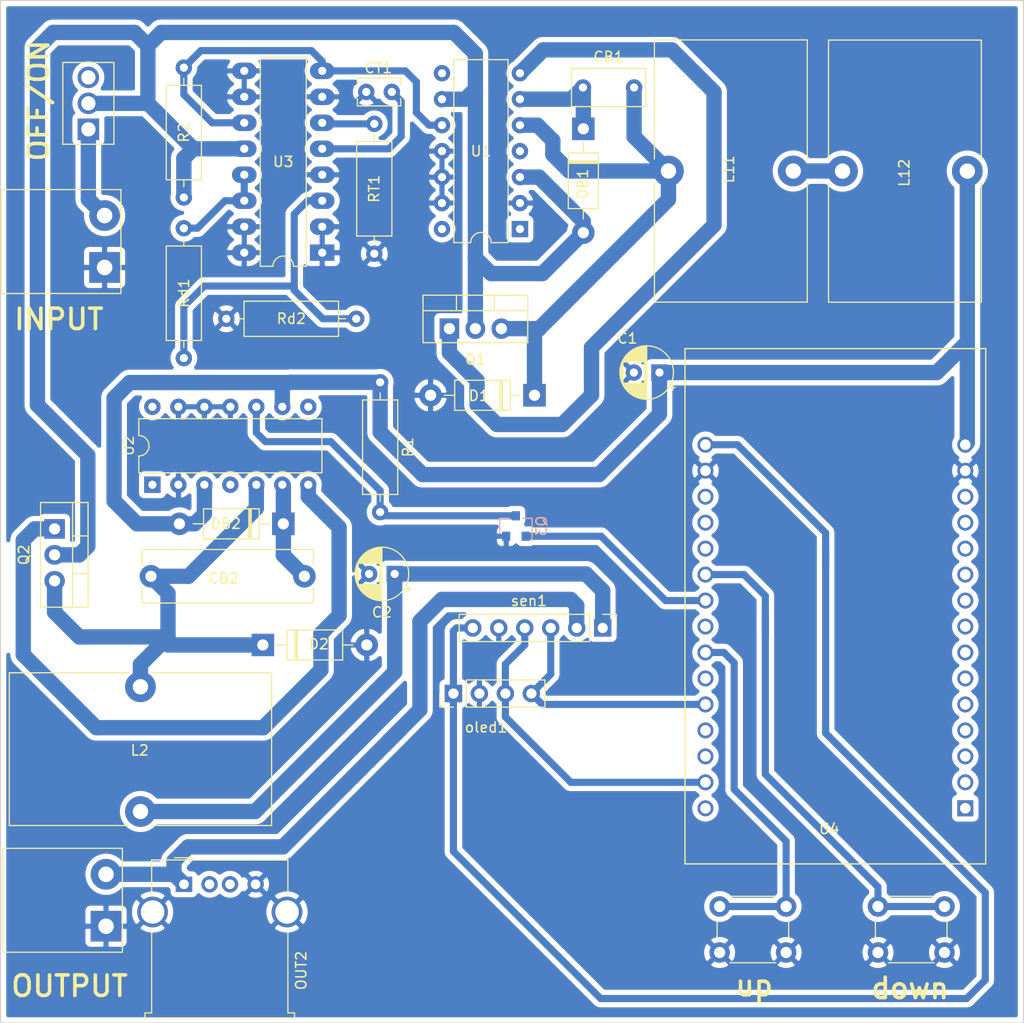
<source format=kicad_pcb>
(kicad_pcb (version 20171130) (host pcbnew "(5.1.10-1-10_14)")
  (layers (0 F.Cu signal) (31 B.Cu signal) (34 B.Paste user) (35 F.Paste user) (36 B.SilkS user) (37 F.SilkS user) (38 B.Mask user) (39 F.Mask user) (44 Edge.Cuts user))
  (net 0 "")
  (net 1 "Net-(U1-Pad1)")
  (net 2 "Net-(U1-Pad8)")
  (net 3 GND)
  (net 4 Vpv)
  (net 5 /TL494/PWM)
  (net 6 "Net-(U1-Pad4)")
  (net 7 /buck1/Vs)
  (net 8 "Net-(CB1-Pad1)")
  (net 9 /driver1/PWM_out)
  (net 10 "Net-(U1-Pad14)")
  (net 11 "Net-(U2-Pad14)")
  (net 12 /driver2/PWM_out)
  (net 13 "Net-(CB2-Pad1)")
  (net 14 /buck2/Vs)
  (net 15 "Net-(U2-Pad4)")
  (net 16 /driver2/PWM_in)
  (net 17 /driver2/Vcc)
  (net 18 "Net-(U2-Pad8)")
  (net 19 "Net-(U2-Pad1)")
  (net 20 "Net-(U4-Pad30)")
  (net 21 "Net-(U4-Pad28)")
  (net 22 "Net-(U4-Pad27)")
  (net 23 "Net-(U4-Pad25)")
  (net 24 "Net-(U4-Pad23)")
  (net 25 "Net-(U4-Pad22)")
  (net 26 "Net-(U4-Pad21)")
  (net 27 "Net-(U4-Pad18)")
  (net 28 "Net-(U4-Pad17)")
  (net 29 "Net-(U4-Pad16)")
  (net 30 "Net-(U4-Pad15)")
  (net 31 "Net-(U4-Pad13)")
  (net 32 "Net-(U4-Pad12)")
  (net 33 "Net-(U4-Pad11)")
  (net 34 "Net-(Q3-Pad1)")
  (net 35 "Net-(U4-Pad9)")
  (net 36 "Net-(U4-Pad8)")
  (net 37 "Net-(U4-Pad7)")
  (net 38 "Net-(U4-Pad6)")
  (net 39 "Net-(U4-Pad5)")
  (net 40 "Net-(U4-Pad4)")
  (net 41 "Net-(U4-Pad3)")
  (net 42 /buck2/Vout)
  (net 43 "Net-(CT1-Pad1)")
  (net 44 "Net-(J1-Pad1)")
  (net 45 "Net-(J1-Pad2)")
  (net 46 "Net-(J1-Pad3)")
  (net 47 "Net-(L11-Pad2)")
  (net 48 "Net-(ON/OFF1-Pad1)")
  (net 49 "Net-(Rd1-Pad1)")
  (net 50 "Net-(Rd1-Pad2)")
  (net 51 "Net-(RT1-Pad2)")
  (net 52 "Net-(U4-Pad20)")
  (net 53 "Net-(U4-Pad26)")
  (net 54 "Net-(U4-Pad14)")
  (net 55 "Net-(U4-Pad19)")
  (net 56 "Net-(U4-Pad10)")
  (module Connector_PinHeader_2.54mm:PinHeader_1x02_P2.54mm_Horizontal (layer F.Cu) (at 47.4472 38.1889 180)
    (fp_text reference OFF/ON (at 4.8768 0.2667 90) (layer F.SilkS) (effects (font (size 2 2) (thickness 0.35))))
    (fp_text value SW)
    (pad 1 thru_hole rect (at 0 -2.54 180) (size 2.1 2.1) (drill 1.4) (layers *.Cu *.Mask) (net 48 "Net-(ON/OFF1-Pad1)"))
    (pad 2 thru_hole oval (at 0 0 180) (size 2.1 2.1) (drill 1.4) (layers *.Cu *.Mask) (net 4 Vpv))
    (pad "" thru_hole oval (at 0 2.54 180) (size 2.1 2.1) (drill 1.4) (layers *.Cu *.Mask))
  )
  (module TerminalBlock:TerminalBlock_bornier-2_P5.08mm (layer F.Cu) (at 49.1744 118.6688 90)
    (fp_text reference OUTPUT (at -5.8547 -3.5687) (layer F.SilkS) (effects (font (size 2 2) (thickness 0.35))))
    (fp_text value bornera)
    (pad 2 thru_hole circle (at 5.08 0 90) (size 3 3) (drill 1.52) (layers *.Cu *.Mask) (net 44 "Net-(J1-Pad1)"))
    (pad 1 thru_hole rect (at 0 0 90) (size 3 3) (drill 1.52) (layers *.Cu *.Mask) (net 3 GND))
  )
  (module TerminalBlock:TerminalBlock_bornier-2_P5.08mm (layer F.Cu) (at 49.0347 54.2417 90)
    (fp_text reference INPUT (at -5.0673 -4.4704 180) (layer F.SilkS) (effects (font (size 2 2) (thickness 0.35))))
    (fp_text value Solar_Cell)
    (pad 2 thru_hole rect (at 0 0 90) (size 3 3) (drill 1.52) (layers *.Cu *.Mask) (net 3 GND))
    (pad 1 thru_hole circle (at 5.08 0 90) (size 3 3) (drill 1.52) (layers *.Cu *.Mask) (net 48 "Net-(ON/OFF1-Pad1)"))
  )
  (module Package_DIP:DIP-14_W7.62mm (layer F.Cu) (at 89.6366 50.4825 180)
    (fp_text reference U1 (at 3.81 7.62) (layer F.SilkS))
    (fp_text value IR2110)
    (pad 14 thru_hole oval (at 7.62 0 180) (size 1.6 1.6) (drill 0.8) (layers *.Cu *.Mask) (net 10 "Net-(U1-Pad14)"))
    (pad 7 thru_hole oval (at 0 15.24 180) (size 1.6 1.6) (drill 0.8) (layers *.Cu *.Mask) (net 9 /driver1/PWM_out))
    (pad 13 thru_hole oval (at 7.62 2.54 180) (size 1.6 1.6) (drill 0.8) (layers *.Cu *.Mask) (net 3 GND))
    (pad 6 thru_hole oval (at 0 12.7 180) (size 1.6 1.6) (drill 0.8) (layers *.Cu *.Mask) (net 8 "Net-(CB1-Pad1)"))
    (pad 12 thru_hole oval (at 7.62 5.08 180) (size 1.6 1.6) (drill 0.8) (layers *.Cu *.Mask) (net 3 GND))
    (pad 5 thru_hole oval (at 0 10.16 180) (size 1.6 1.6) (drill 0.8) (layers *.Cu *.Mask) (net 7 /buck1/Vs))
    (pad 11 thru_hole oval (at 7.62 7.62 180) (size 1.6 1.6) (drill 0.8) (layers *.Cu *.Mask) (net 3 GND))
    (pad 4 thru_hole oval (at 0 7.62 180) (size 1.6 1.6) (drill 0.8) (layers *.Cu *.Mask) (net 6 "Net-(U1-Pad4)"))
    (pad 10 thru_hole oval (at 7.62 10.16 180) (size 1.6 1.6) (drill 0.8) (layers *.Cu *.Mask) (net 5 /TL494/PWM))
    (pad 3 thru_hole oval (at 0 5.08 180) (size 1.6 1.6) (drill 0.8) (layers *.Cu *.Mask) (net 4 Vpv))
    (pad 9 thru_hole oval (at 7.62 12.7 180) (size 1.6 1.6) (drill 0.8) (layers *.Cu *.Mask) (net 4 Vpv))
    (pad 2 thru_hole oval (at 0 2.54 180) (size 1.6 1.6) (drill 0.8) (layers *.Cu *.Mask) (net 3 GND))
    (pad 8 thru_hole oval (at 7.62 15.24 180) (size 1.6 1.6) (drill 0.8) (layers *.Cu *.Mask) (net 2 "Net-(U1-Pad8)"))
    (pad 1 thru_hole rect (at 0 0 180) (size 1.6 1.6) (drill 0.8) (layers *.Cu *.Mask) (net 1 "Net-(U1-Pad1)"))
  )
  (module Socket:MODULE_ESP32-DEVKITC-32D (layer F.Cu) (at 120.4722 87.376 180)
    (fp_text reference U4 (at 0.5969 -21.7678 180) (layer F.SilkS) (effects (font (size 1.000386 1.000386))))
    (fp_text value ESP32-DEVKITC-32D)
    (pad 30 thru_hole circle (at 12.7 15.8 180) (size 1.56 1.56) (drill 1.04) (layers *.Cu *.Mask) (net 20 "Net-(U4-Pad30)"))
    (pad 29 thru_hole circle (at 12.7 13.26 180) (size 1.56 1.56) (drill 1.04) (layers *.Cu *.Mask) (net 3 GND))
    (pad 28 thru_hole circle (at 12.7 10.72 180) (size 1.56 1.56) (drill 1.04) (layers *.Cu *.Mask) (net 21 "Net-(U4-Pad28)"))
    (pad 27 thru_hole circle (at 12.7 8.18 180) (size 1.56 1.56) (drill 1.04) (layers *.Cu *.Mask) (net 22 "Net-(U4-Pad27)"))
    (pad 26 thru_hole circle (at 12.7 5.64 180) (size 1.56 1.56) (drill 1.04) (layers *.Cu *.Mask) (net 53 "Net-(U4-Pad26)"))
    (pad 25 thru_hole circle (at 12.7 3.1 180) (size 1.56 1.56) (drill 1.04) (layers *.Cu *.Mask) (net 23 "Net-(U4-Pad25)"))
    (pad 24 thru_hole circle (at 12.7 0.56 180) (size 1.56 1.56) (drill 1.04) (layers *.Cu *.Mask) (net 34 "Net-(Q3-Pad1)"))
    (pad 23 thru_hole circle (at 12.7 -1.98 180) (size 1.56 1.56) (drill 1.04) (layers *.Cu *.Mask) (net 24 "Net-(U4-Pad23)"))
    (pad 22 thru_hole circle (at 12.7 -4.52 180) (size 1.56 1.56) (drill 1.04) (layers *.Cu *.Mask) (net 25 "Net-(U4-Pad22)"))
    (pad 21 thru_hole circle (at 12.7 -7.06 180) (size 1.56 1.56) (drill 1.04) (layers *.Cu *.Mask) (net 26 "Net-(U4-Pad21)"))
    (pad 20 thru_hole circle (at 12.7 -9.6 180) (size 1.56 1.56) (drill 1.04) (layers *.Cu *.Mask) (net 52 "Net-(U4-Pad20)"))
    (pad 19 thru_hole circle (at 12.7 -12.14 180) (size 1.56 1.56) (drill 1.04) (layers *.Cu *.Mask) (net 55 "Net-(U4-Pad19)"))
    (pad 18 thru_hole circle (at 12.7 -14.68 180) (size 1.56 1.56) (drill 1.04) (layers *.Cu *.Mask) (net 27 "Net-(U4-Pad18)"))
    (pad 17 thru_hole circle (at 12.7 -17.22 180) (size 1.56 1.56) (drill 1.04) (layers *.Cu *.Mask) (net 28 "Net-(U4-Pad17)"))
    (pad 16 thru_hole circle (at 12.7 -19.76 180) (size 1.56 1.56) (drill 1.04) (layers *.Cu *.Mask) (net 29 "Net-(U4-Pad16)"))
    (pad 1 thru_hole circle (at -12.7 15.8 180) (size 1.56 1.56) (drill 1.04) (layers *.Cu *.Mask) (net 17 /driver2/Vcc))
    (pad 2 thru_hole circle (at -12.7 13.26 180) (size 1.56 1.56) (drill 1.04) (layers *.Cu *.Mask) (net 3 GND))
    (pad 3 thru_hole circle (at -12.7 10.72 180) (size 1.56 1.56) (drill 1.04) (layers *.Cu *.Mask) (net 41 "Net-(U4-Pad3)"))
    (pad 4 thru_hole circle (at -12.7 8.18 180) (size 1.56 1.56) (drill 1.04) (layers *.Cu *.Mask) (net 40 "Net-(U4-Pad4)"))
    (pad 5 thru_hole circle (at -12.7 5.64 180) (size 1.56 1.56) (drill 1.04) (layers *.Cu *.Mask) (net 39 "Net-(U4-Pad5)"))
    (pad 6 thru_hole circle (at -12.7 3.1 180) (size 1.56 1.56) (drill 1.04) (layers *.Cu *.Mask) (net 38 "Net-(U4-Pad6)"))
    (pad 7 thru_hole circle (at -12.7 0.56 180) (size 1.56 1.56) (drill 1.04) (layers *.Cu *.Mask) (net 37 "Net-(U4-Pad7)"))
    (pad 8 thru_hole circle (at -12.7 -1.98 180) (size 1.56 1.56) (drill 1.04) (layers *.Cu *.Mask) (net 36 "Net-(U4-Pad8)"))
    (pad 9 thru_hole circle (at -12.7 -4.52 180) (size 1.56 1.56) (drill 1.04) (layers *.Cu *.Mask) (net 35 "Net-(U4-Pad9)"))
    (pad 10 thru_hole circle (at -12.7 -7.06 180) (size 1.56 1.56) (drill 1.04) (layers *.Cu *.Mask) (net 56 "Net-(U4-Pad10)"))
    (pad 11 thru_hole circle (at -12.7 -9.6 180) (size 1.56 1.56) (drill 1.04) (layers *.Cu *.Mask) (net 33 "Net-(U4-Pad11)"))
    (pad 12 thru_hole circle (at -12.7 -12.14 180) (size 1.56 1.56) (drill 1.04) (layers *.Cu *.Mask) (net 32 "Net-(U4-Pad12)"))
    (pad 13 thru_hole circle (at -12.7 -14.68 180) (size 1.56 1.56) (drill 1.04) (layers *.Cu *.Mask) (net 31 "Net-(U4-Pad13)"))
    (pad 14 thru_hole circle (at -12.7 -17.22 180) (size 1.56 1.56) (drill 1.04) (layers *.Cu *.Mask) (net 54 "Net-(U4-Pad14)"))
    (pad 15 thru_hole rect (at -12.7 -19.76 180) (size 1.56 1.56) (drill 1.04) (layers *.Cu *.Mask) (net 30 "Net-(U4-Pad15)"))
  )
  (module Connector_PinHeader_2.54mm:PinHeader_1x04_P2.54mm_Vertical (layer F.Cu) (at 83.1342 95.9104 90)
    (fp_text reference oled1 (at -3.302 3.1877) (layer F.SilkS))
    (fp_text value "1.3'' 128x64")
    (pad 4 thru_hole rect (at 0 0 90) (size 1.7 1.7) (drill 1) (layers *.Cu *.Mask) (net 20 "Net-(U4-Pad30)"))
    (pad 3 thru_hole oval (at 0 2.54 90) (size 1.7 1.7) (drill 1) (layers *.Cu *.Mask) (net 3 GND))
    (pad 2 thru_hole oval (at 0 5.08 90) (size 1.7 1.7) (drill 1) (layers *.Cu *.Mask) (net 28 "Net-(U4-Pad17)"))
    (pad 1 thru_hole oval (at 0 7.62 90) (size 1.7 1.7) (drill 1) (layers *.Cu *.Mask) (net 52 "Net-(U4-Pad20)"))
  )
  (module Connector_PinHeader_2.54mm:PinHeader_1x06_P2.54mm_Vertical (layer F.Cu) (at 97.7265 89.4969 270)
    (fp_text reference sen1 (at -2.6543 7.2136 180) (layer F.SilkS))
    (fp_text value 1NA219)
    (pad 6 thru_hole rect (at 0 0 270) (size 1.7 1.7) (drill 1) (layers *.Cu *.Mask) (net 42 /buck2/Vout))
    (pad 5 thru_hole oval (at 0 2.54 270) (size 1.7 1.7) (drill 1) (layers *.Cu *.Mask) (net 44 "Net-(J1-Pad1)"))
    (pad 4 thru_hole oval (at 0 5.08 270) (size 1.7 1.7) (drill 1) (layers *.Cu *.Mask) (net 52 "Net-(U4-Pad20)"))
    (pad 3 thru_hole oval (at 0 7.62 270) (size 1.7 1.7) (drill 1) (layers *.Cu *.Mask) (net 28 "Net-(U4-Pad17)"))
    (pad 2 thru_hole oval (at 0 10.16 270) (size 1.7 1.7) (drill 1) (layers *.Cu *.Mask) (net 3 GND))
    (pad 1 thru_hole oval (at 0 12.7 270) (size 1.7 1.7) (drill 1) (layers *.Cu *.Mask) (net 20 "Net-(U4-Pad30)"))
  )
  (module Button_Switch_THT:SW_PUSH_6mm (layer F.Cu) (at 124.6378 116.7384)
    (fp_text reference down (at 3.1369 8.001) (layer F.SilkS) (effects (font (size 2 2) (thickness 0.35))))
    (fp_text value btn)
    (pad 2 thru_hole circle (at 0 4.5 90) (size 2 2) (drill 1.1) (layers *.Cu *.Mask) (net 3 GND))
    (pad 1 thru_hole circle (at 0 0 90) (size 2 2) (drill 1.1) (layers *.Cu *.Mask) (net 23 "Net-(U4-Pad25)"))
    (pad 2 thru_hole circle (at 6.5 4.5 90) (size 2 2) (drill 1.1) (layers *.Cu *.Mask) (net 3 GND))
    (pad 1 thru_hole circle (at 6.5 0 90) (size 2 2) (drill 1.1) (layers *.Cu *.Mask) (net 23 "Net-(U4-Pad25)"))
  )
  (module Button_Switch_THT:SW_PUSH_6mm (layer F.Cu) (at 109.1565 116.7384)
    (fp_text reference up (at 3.3782 7.7343) (layer F.SilkS) (effects (font (size 2 2) (thickness 0.35))))
    (fp_text value btn)
    (pad 1 thru_hole circle (at 6.5 0 90) (size 2 2) (drill 1.1) (layers *.Cu *.Mask) (net 25 "Net-(U4-Pad22)"))
    (pad 2 thru_hole circle (at 6.5 4.5 90) (size 2 2) (drill 1.1) (layers *.Cu *.Mask) (net 3 GND))
    (pad 1 thru_hole circle (at 0 0 90) (size 2 2) (drill 1.1) (layers *.Cu *.Mask) (net 25 "Net-(U4-Pad22)"))
    (pad 2 thru_hole circle (at 0 4.5 90) (size 2 2) (drill 1.1) (layers *.Cu *.Mask) (net 3 GND))
  )
  (module Connector_USB:USB_A_Molex_67643_Horizontal (layer F.Cu) (at 56.7944 114.5667)
    (fp_text reference OUT2 (at 11.4554 8.4328 90) (layer F.SilkS))
    (fp_text value USB_A)
    (pad 5 thru_hole circle (at -3.07 2.71) (size 3 3) (drill 2.3) (layers *.Cu *.Mask) (net 3 GND))
    (pad 5 thru_hole circle (at 10.07 2.71) (size 3 3) (drill 2.3) (layers *.Cu *.Mask) (net 3 GND))
    (pad 1 thru_hole rect (at 0 0) (size 1.6 1.5) (drill 0.95) (layers *.Cu *.Mask) (net 44 "Net-(J1-Pad1)"))
    (pad 2 thru_hole circle (at 2.5 0) (size 1.6 1.6) (drill 0.95) (layers *.Cu *.Mask) (net 45 "Net-(J1-Pad2)"))
    (pad 3 thru_hole circle (at 4.5 0) (size 1.6 1.6) (drill 0.95) (layers *.Cu *.Mask) (net 46 "Net-(J1-Pad3)"))
    (pad 4 thru_hole circle (at 7 0) (size 1.6 1.6) (drill 0.95) (layers *.Cu *.Mask) (net 3 GND))
  )
  (module Capacitor_THT:CP_Radial_D5.0mm_P2.50mm (layer F.Cu) (at 77.3938 84.2137 180)
    (fp_text reference C2 (at 1.25 -3.75) (layer F.SilkS))
    (fp_text value 2.7uF)
    (pad 1 thru_hole rect (at 0 0 180) (size 1.6 1.6) (drill 0.8) (layers *.Cu *.Mask) (net 42 /buck2/Vout))
    (pad 2 thru_hole circle (at 2.5 0 180) (size 1.6 1.6) (drill 0.8) (layers *.Cu *.Mask) (net 3 GND))
  )
  (module Diode_THT:D_DO-41_SOD81_P10.16mm_Horizontal (layer F.Cu) (at 64.5033 91.1606)
    (fp_text reference D2 (at 5.461 -0.0762) (layer F.SilkS))
    (fp_text value UF4005)
    (pad 1 thru_hole rect (at 0 0) (size 2.2 2.2) (drill 1.1) (layers *.Cu *.Mask) (net 14 /buck2/Vs))
    (pad 2 thru_hole oval (at 10.16 0) (size 2.2 2.2) (drill 1.1) (layers *.Cu *.Mask) (net 3 GND))
  )
  (module Inductor_THT:L_Toroid_Vertical_L25.4mm_W14.7mm_P12.20mm_Vishay_TJ5_BigPads (layer F.Cu) (at 52.5399 95.25)
    (fp_text reference L2 (at -0.0762 6.223) (layer F.SilkS))
    (fp_text value 1mH)
    (pad 2 thru_hole circle (at 0 12.2) (size 3 3) (drill 1.5) (layers *.Cu *.Mask) (net 42 /buck2/Vout))
    (pad 1 thru_hole circle (at 0 0) (size 3 3) (drill 1.5) (layers *.Cu *.Mask) (net 14 /buck2/Vs))
  )
  (module Package_TO_SOT_THT:TO-220-3_Vertical (layer F.Cu) (at 44.1452 79.8068 270)
    (fp_text reference Q2 (at 2.54 3 90) (layer F.SilkS))
    (fp_text value IRFZ44N)
    (pad 3 thru_hole oval (at 5.08 0 270) (size 1.905 2) (drill 1.1) (layers *.Cu *.Mask) (net 14 /buck2/Vs))
    (pad 2 thru_hole oval (at 2.54 0 270) (size 1.905 2) (drill 1.1) (layers *.Cu *.Mask) (net 4 Vpv))
    (pad 1 thru_hole rect (at 0 0 270) (size 1.905 2) (drill 1.1) (layers *.Cu *.Mask) (net 12 /driver2/PWM_out))
  )
  (module Resistor_THT:R_Axial_DIN0309_L9.0mm_D3.2mm_P12.70mm_Horizontal (layer F.Cu) (at 75.9714 65.4685 270)
    (fp_text reference R1 (at 6.35 -2.72 90) (layer F.SilkS))
    (fp_text value 10k)
    (pad 1 thru_hole circle (at 0 0 270) (size 1.6 1.6) (drill 0.8) (layers *.Cu *.Mask) (net 17 /driver2/Vcc))
    (pad 2 thru_hole oval (at 12.7 0 270) (size 1.6 1.6) (drill 0.8) (layers *.Cu *.Mask) (net 16 /driver2/PWM_in))
  )
  (module Package_DIP:DIP-14_W7.62mm (layer F.Cu) (at 53.7083 75.4888 90)
    (fp_text reference U2 (at 3.81 -2.33 90) (layer F.SilkS))
    (fp_text value IR2110)
    (pad 1 thru_hole rect (at 0 0 90) (size 1.6 1.6) (drill 0.8) (layers *.Cu *.Mask) (net 19 "Net-(U2-Pad1)"))
    (pad 8 thru_hole oval (at 7.62 15.24 90) (size 1.6 1.6) (drill 0.8) (layers *.Cu *.Mask) (net 18 "Net-(U2-Pad8)"))
    (pad 2 thru_hole oval (at 0 2.54 90) (size 1.6 1.6) (drill 0.8) (layers *.Cu *.Mask) (net 3 GND))
    (pad 9 thru_hole oval (at 7.62 12.7 90) (size 1.6 1.6) (drill 0.8) (layers *.Cu *.Mask) (net 17 /driver2/Vcc))
    (pad 3 thru_hole oval (at 0 5.08 90) (size 1.6 1.6) (drill 0.8) (layers *.Cu *.Mask) (net 17 /driver2/Vcc))
    (pad 10 thru_hole oval (at 7.62 10.16 90) (size 1.6 1.6) (drill 0.8) (layers *.Cu *.Mask) (net 16 /driver2/PWM_in))
    (pad 4 thru_hole oval (at 0 7.62 90) (size 1.6 1.6) (drill 0.8) (layers *.Cu *.Mask) (net 15 "Net-(U2-Pad4)"))
    (pad 11 thru_hole oval (at 7.62 7.62 90) (size 1.6 1.6) (drill 0.8) (layers *.Cu *.Mask) (net 3 GND))
    (pad 5 thru_hole oval (at 0 10.16 90) (size 1.6 1.6) (drill 0.8) (layers *.Cu *.Mask) (net 14 /buck2/Vs))
    (pad 12 thru_hole oval (at 7.62 5.08 90) (size 1.6 1.6) (drill 0.8) (layers *.Cu *.Mask) (net 3 GND))
    (pad 6 thru_hole oval (at 0 12.7 90) (size 1.6 1.6) (drill 0.8) (layers *.Cu *.Mask) (net 13 "Net-(CB2-Pad1)"))
    (pad 13 thru_hole oval (at 7.62 2.54 90) (size 1.6 1.6) (drill 0.8) (layers *.Cu *.Mask) (net 3 GND))
    (pad 7 thru_hole oval (at 0 15.24 90) (size 1.6 1.6) (drill 0.8) (layers *.Cu *.Mask) (net 12 /driver2/PWM_out))
    (pad 14 thru_hole oval (at 7.62 0 90) (size 1.6 1.6) (drill 0.8) (layers *.Cu *.Mask) (net 11 "Net-(U2-Pad14)"))
  )
  (module Diode_THT:D_DO-41_SOD81_P10.16mm_Horizontal (layer F.Cu) (at 66.5099 79.3115 180)
    (fp_text reference DB2 (at 5.6261 0.0127) (layer F.SilkS))
    (fp_text value UF4005)
    (pad 2 thru_hole oval (at 10.16 0 180) (size 2.2 2.2) (drill 1.1) (layers *.Cu *.Mask) (net 17 /driver2/Vcc))
    (pad 1 thru_hole rect (at 0 0 180) (size 2.2 2.2) (drill 1.1) (layers *.Cu *.Mask) (net 13 "Net-(CB2-Pad1)"))
  )
  (module Capacitor_THT:C_Rect_L16.5mm_W5.0mm_P15.00mm_MKT (layer F.Cu) (at 68.5673 84.4423 180)
    (fp_text reference CB2 (at 7.8994 -0.2032) (layer F.SilkS))
    (fp_text value 0.47uF)
    (pad 1 thru_hole circle (at 0 0 180) (size 2.2 2.2) (drill 1.1) (layers *.Cu *.Mask) (net 13 "Net-(CB2-Pad1)"))
    (pad 2 thru_hole circle (at 15 0 180) (size 2.2 2.2) (drill 1.1) (layers *.Cu *.Mask) (net 14 /buck2/Vs))
  )
  (module Resistor_THT:R_Axial_DIN0309_L9.0mm_D3.2mm_P12.70mm_Horizontal (layer F.Cu) (at 60.9346 59.2582)
    (fp_text reference Rd2 (at 6.35 -0.0127) (layer F.SilkS))
    (fp_text value 120k)
    (pad 1 thru_hole circle (at 0 0) (size 1.6 1.6) (drill 0.8) (layers *.Cu *.Mask) (net 3 GND))
    (pad 2 thru_hole oval (at 12.7 0) (size 1.6 1.6) (drill 0.8) (layers *.Cu *.Mask) (net 50 "Net-(Rd1-Pad2)"))
  )
  (module Package_TO_SOT_THT:TO-220-3_Vertical (layer F.Cu) (at 82.7405 60.2234)
    (fp_text reference Q1 (at 2.54 3) (layer F.SilkS))
    (fp_text value IRFZ44N)
    (pad 1 thru_hole rect (at 0 0) (size 1.905 2) (drill 1.1) (layers *.Cu *.Mask) (net 9 /driver1/PWM_out))
    (pad 2 thru_hole oval (at 2.54 0) (size 1.905 2) (drill 1.1) (layers *.Cu *.Mask) (net 4 Vpv))
    (pad 3 thru_hole oval (at 5.08 0) (size 1.905 2) (drill 1.1) (layers *.Cu *.Mask) (net 7 /buck1/Vs))
  )
  (module Diode_THT:D_DO-41_SOD81_P10.16mm_Horizontal (layer F.Cu) (at 95.8342 40.6781 270)
    (fp_text reference DB1 (at 5.3848 0.0508 90) (layer F.SilkS))
    (fp_text value UF4005)
    (pad 2 thru_hole oval (at 10.16 0 270) (size 2.2 2.2) (drill 1.1) (layers *.Cu *.Mask) (net 4 Vpv))
    (pad 1 thru_hole rect (at 0 0 270) (size 2.2 2.2) (drill 1.1) (layers *.Cu *.Mask) (net 8 "Net-(CB1-Pad1)"))
  )
  (module Capacitor_THT:C_Rect_L7.0mm_W3.5mm_P5.00mm (layer F.Cu) (at 95.7961 36.6395)
    (fp_text reference CB1 (at 2.5 -3) (layer F.SilkS))
    (fp_text value 12n)
    (pad 1 thru_hole circle (at 0 0) (size 1.6 1.6) (drill 0.8) (layers *.Cu *.Mask) (net 8 "Net-(CB1-Pad1)"))
    (pad 2 thru_hole circle (at 5 0) (size 1.6 1.6) (drill 0.8) (layers *.Cu *.Mask) (net 7 /buck1/Vs))
  )
  (module Diode_THT:D_DO-41_SOD81_P10.16mm_Horizontal (layer F.Cu) (at 91.059 66.7385 180)
    (fp_text reference D1 (at 5.4483 -0.0508) (layer F.SilkS))
    (fp_text value UF4005)
    (pad 2 thru_hole oval (at 10.16 0 180) (size 2.2 2.2) (drill 1.1) (layers *.Cu *.Mask) (net 3 GND))
    (pad 1 thru_hole rect (at 0 0 180) (size 2.2 2.2) (drill 1.1) (layers *.Cu *.Mask) (net 7 /buck1/Vs))
  )
  (module Inductor_THT:L_Toroid_Vertical_L25.4mm_W14.7mm_P12.20mm_Vishay_TJ5_BigPads (layer F.Cu) (at 104.1527 44.8056 90)
    (fp_text reference L11 (at 0.1651 5.9055 90) (layer F.SilkS))
    (fp_text value 1mH)
    (pad 1 thru_hole circle (at 0 0 90) (size 3 3) (drill 1.5) (layers *.Cu *.Mask) (net 7 /buck1/Vs))
    (pad 2 thru_hole circle (at 0 12.2 90) (size 3 3) (drill 1.5) (layers *.Cu *.Mask) (net 47 "Net-(L11-Pad2)"))
  )
  (module Inductor_THT:L_Toroid_Vertical_L25.4mm_W14.7mm_P12.20mm_Vishay_TJ5_BigPads (layer F.Cu) (at 121.1707 44.8183 90)
    (fp_text reference L12 (at -0.1651 6.0325 90) (layer F.SilkS))
    (fp_text value 1mH)
    (pad 2 thru_hole circle (at 0 12.2 90) (size 3 3) (drill 1.5) (layers *.Cu *.Mask) (net 17 /driver2/Vcc))
    (pad 1 thru_hole circle (at 0 0 90) (size 3 3) (drill 1.5) (layers *.Cu *.Mask) (net 47 "Net-(L11-Pad2)"))
  )
  (module Resistor_THT:R_Axial_DIN0309_L9.0mm_D3.2mm_P12.70mm_Horizontal (layer F.Cu) (at 56.7817 47.3964 90)
    (fp_text reference R2 (at 6.35 0 90) (layer F.SilkS))
    (fp_text value 2.2k)
    (pad 2 thru_hole oval (at 12.7 0 90) (size 1.6 1.6) (drill 0.8) (layers *.Cu *.Mask) (net 5 /TL494/PWM))
    (pad 1 thru_hole circle (at 0 0 90) (size 1.6 1.6) (drill 0.8) (layers *.Cu *.Mask) (net 4 Vpv))
  )
  (module Package_DIP:DIP-16_W7.62mm_LongPads (layer F.Cu) (at 70.3072 52.7939 180)
    (fp_text reference U3 (at 3.81 8.89) (layer F.SilkS))
    (fp_text value TL494)
    (pad 1 thru_hole rect (at 0 0 180) (size 2.4 1.6) (drill 0.8) (layers *.Cu *.Mask) (net 3 GND))
    (pad 9 thru_hole oval (at 7.62 17.78 180) (size 2.4 1.6) (drill 0.8) (layers *.Cu *.Mask) (net 3 GND))
    (pad 2 thru_hole oval (at 0 2.54 180) (size 2.4 1.6) (drill 0.8) (layers *.Cu *.Mask) (net 3 GND))
    (pad 10 thru_hole oval (at 7.62 15.24 180) (size 2.4 1.6) (drill 0.8) (layers *.Cu *.Mask) (net 3 GND))
    (pad 3 thru_hole oval (at 0 5.08 180) (size 2.4 1.6) (drill 0.8) (layers *.Cu *.Mask) (net 50 "Net-(Rd1-Pad2)"))
    (pad 11 thru_hole oval (at 7.62 12.7 180) (size 2.4 1.6) (drill 0.8) (layers *.Cu *.Mask) (net 5 /TL494/PWM))
    (pad 4 thru_hole oval (at 0 7.62 180) (size 2.4 1.6) (drill 0.8) (layers *.Cu *.Mask) (net 3 GND))
    (pad 12 thru_hole oval (at 7.62 10.16 180) (size 2.4 1.6) (drill 0.8) (layers *.Cu *.Mask) (net 4 Vpv))
    (pad 5 thru_hole oval (at 0 10.16 180) (size 2.4 1.6) (drill 0.8) (layers *.Cu *.Mask) (net 43 "Net-(CT1-Pad1)"))
    (pad 13 thru_hole oval (at 7.62 7.62 180) (size 2.4 1.6) (drill 0.8) (layers *.Cu *.Mask) (net 49 "Net-(Rd1-Pad1)"))
    (pad 6 thru_hole oval (at 0 12.7 180) (size 2.4 1.6) (drill 0.8) (layers *.Cu *.Mask) (net 51 "Net-(RT1-Pad2)"))
    (pad 14 thru_hole oval (at 7.62 5.08 180) (size 2.4 1.6) (drill 0.8) (layers *.Cu *.Mask) (net 49 "Net-(Rd1-Pad1)"))
    (pad 7 thru_hole oval (at 0 15.24 180) (size 2.4 1.6) (drill 0.8) (layers *.Cu *.Mask) (net 3 GND))
    (pad 15 thru_hole oval (at 7.62 2.54 180) (size 2.4 1.6) (drill 0.8) (layers *.Cu *.Mask) (net 3 GND))
    (pad 8 thru_hole oval (at 0 17.78 180) (size 2.4 1.6) (drill 0.8) (layers *.Cu *.Mask) (net 5 /TL494/PWM))
    (pad 16 thru_hole oval (at 7.62 0 180) (size 2.4 1.6) (drill 0.8) (layers *.Cu *.Mask) (net 3 GND))
  )
  (module Capacitor_THT:CP_Radial_D5.0mm_P2.50mm (layer F.Cu) (at 103.2764 64.516 180)
    (fp_text reference C1 (at 3.1369 3.3401) (layer F.SilkS))
    (fp_text value 10uf)
    (pad 1 thru_hole rect (at 0 0 180) (size 1.6 1.6) (drill 0.8) (layers *.Cu *.Mask) (net 17 /driver2/Vcc))
    (pad 2 thru_hole circle (at 2.5 0 180) (size 1.6 1.6) (drill 0.8) (layers *.Cu *.Mask) (net 3 GND))
  )
  (module Capacitor_THT:C_Rect_L4.0mm_W2.5mm_P2.50mm (layer F.Cu) (at 77.1144 37.0713 180)
    (fp_text reference CT1 (at 1.3208 2.3495) (layer F.SilkS))
    (fp_text value 5nF)
    (pad 1 thru_hole circle (at 0 0 180) (size 1.6 1.6) (drill 0.8) (layers *.Cu *.Mask) (net 43 "Net-(CT1-Pad1)"))
    (pad 2 thru_hole circle (at 2.5 0 180) (size 1.6 1.6) (drill 0.8) (layers *.Cu *.Mask) (net 3 GND))
  )
  (module Package_TO_SOT_SMD:SOT-23 (layer B.Cu) (at 89.2429 79.5274 90)
    (fp_text reference Q3 (at 0 2.5 90) (layer B.SilkS) (effects (justify mirror)))
    (fp_text value 2N7002)
    (pad 1 smd rect (at -1 0.95 90) (size 0.9 0.8) (layers B.Cu B.Paste B.Mask) (net 34 "Net-(Q3-Pad1)"))
    (pad 2 smd rect (at -1 -0.95 90) (size 0.9 0.8) (layers B.Cu B.Paste B.Mask) (net 3 GND))
    (pad 3 smd rect (at 1 0 90) (size 0.9 0.8) (layers B.Cu B.Paste B.Mask) (net 16 /driver2/PWM_in))
  )
  (module Resistor_THT:R_Axial_DIN0309_L9.0mm_D3.2mm_P12.70mm_Horizontal (layer F.Cu) (at 56.7817 50.4063 270)
    (fp_text reference Rd1 (at 6.35 -0.0127 90) (layer F.SilkS))
    (fp_text value 150k)
    (pad 1 thru_hole circle (at 0 0 270) (size 1.6 1.6) (drill 0.8) (layers *.Cu *.Mask) (net 49 "Net-(Rd1-Pad1)"))
    (pad 2 thru_hole oval (at 12.7 0 270) (size 1.6 1.6) (drill 0.8) (layers *.Cu *.Mask) (net 50 "Net-(Rd1-Pad2)"))
  )
  (module Resistor_THT:R_Axial_DIN0309_L9.0mm_D3.2mm_P12.70mm_Horizontal (layer F.Cu) (at 75.3999 52.8955 90)
    (fp_text reference RT1 (at 6.35 -0.0127 90) (layer F.SilkS))
    (fp_text value 2.2k)
    (pad 2 thru_hole oval (at 12.7 0 90) (size 1.6 1.6) (drill 0.8) (layers *.Cu *.Mask) (net 51 "Net-(RT1-Pad2)"))
    (pad 1 thru_hole circle (at 0 0 90) (size 1.6 1.6) (drill 0.8) (layers *.Cu *.Mask) (net 3 GND))
  )
  (gr_line (start 38.862 28.1305) (end 138.862 28.1305) (layer Edge.Cuts) (width 0.1))
  (gr_line (start 38.862 28.1305) (end 38.862 128.1305) (layer Edge.Cuts) (width 0.1))
  (gr_line (start 138.862 128.1305) (end 38.862 128.1305) (layer Edge.Cuts) (width 0.1))
  (gr_line (start 138.862 28.1305) (end 138.862 128.1305) (layer Edge.Cuts) (width 0.1))
  (segment (start 49.8856 38.1889) (end 53.2638 38.1889) (width 1.5) (layer B.Cu) (net 4))
  (segment (start 57.7088 42.6339) (end 62.6872 42.6339) (width 1.5) (layer B.Cu) (net 4))
  (segment (start 53.2638 38.1889) (end 57.7088 42.6339) (width 1.5) (layer B.Cu) (net 4))
  (segment (start 56.7817 43.561) (end 57.7088 42.6339) (width 1.5) (layer B.Cu) (net 4))
  (segment (start 56.7817 47.3964) (end 56.7817 43.561) (width 1.5) (layer B.Cu) (net 4))
  (segment (start 53.2638 32.5501) (end 54.5592 31.2547) (width 1.5) (layer B.Cu) (net 4))
  (segment (start 54.5592 31.2547) (end 83.1977 31.2547) (width 1.5) (layer B.Cu) (net 4))
  (segment (start 53.2638 38.1889) (end 53.2638 32.5501) (width 1.5) (layer B.Cu) (net 4))
  (segment (start 85.2805 60.2234) (end 85.2805 58.674) (width 1.5) (layer B.Cu) (net 4))
  (segment (start 89.6366 45.4025) (end 91.5035 45.4025) (width 1.5) (layer B.Cu) (net 4))
  (segment (start 95.8342 49.7332) (end 95.8342 50.8381) (width 1.5) (layer B.Cu) (net 4))
  (segment (start 91.5035 45.4025) (end 95.8342 49.7332) (width 1.5) (layer B.Cu) (net 4))
  (segment (start 44.1452 82.3468) (end 46.5582 82.3468) (width 1.5) (layer B.Cu) (net 4))
  (segment (start 46.5582 82.3468) (end 47.3964 81.5086) (width 1.5) (layer B.Cu) (net 4))
  (segment (start 47.3964 81.5086) (end 47.3964 72.6186) (width 1.5) (layer B.Cu) (net 4))
  (segment (start 47.3964 72.6186) (end 42.4688 67.691) (width 1.5) (layer B.Cu) (net 4))
  (segment (start 42.4688 32.7787) (end 43.9928 31.2547) (width 1.5) (layer B.Cu) (net 4))
  (segment (start 42.4688 67.691) (end 42.4688 32.7787) (width 1.5) (layer B.Cu) (net 4))
  (segment (start 51.9811 31.2547) (end 51.9811 31.2674) (width 1.5) (layer B.Cu) (net 4))
  (segment (start 51.9811 31.2674) (end 53.2638 32.5501) (width 1.5) (layer B.Cu) (net 4))
  (segment (start 43.9928 31.2547) (end 51.9811 31.2547) (width 1.5) (layer B.Cu) (net 4))
  (segment (start 85.2805 33.3375) (end 83.8962 31.9532) (width 1.5) (layer B.Cu) (net 4))
  (segment (start 83.8962 31.9532) (end 84.709 32.766) (width 1.5) (layer B.Cu) (net 4))
  (segment (start 83.1977 31.2547) (end 83.8962 31.9532) (width 1.5) (layer B.Cu) (net 4))
  (segment (start 84.2899 37.7825) (end 85.2805 36.7919) (width 1.5) (layer B.Cu) (net 4))
  (segment (start 85.2805 36.7919) (end 85.2805 33.3375) (width 1.5) (layer B.Cu) (net 4))
  (segment (start 82.0166 37.7825) (end 84.2899 37.7825) (width 1.5) (layer B.Cu) (net 4))
  (segment (start 86.8172 54.8386) (end 85.2805 53.3019) (width 1.5) (layer B.Cu) (net 4))
  (segment (start 95.8342 50.8381) (end 91.8337 54.8386) (width 1.5) (layer B.Cu) (net 4))
  (segment (start 85.2805 53.3019) (end 85.2805 36.7919) (width 1.5) (layer B.Cu) (net 4))
  (segment (start 91.8337 54.8386) (end 86.8172 54.8386) (width 1.5) (layer B.Cu) (net 4))
  (segment (start 85.2805 60.2234) (end 85.2805 53.3019) (width 1.5) (layer B.Cu) (net 4))
  (segment (start 49.8856 38.1889) (end 47.4472 38.1889) (width 1.5) (layer B.Cu) (net 4))
  (segment (start 62.6872 40.0939) (end 59.5503 40.0939) (width 0.7) (layer B.Cu) (net 5))
  (segment (start 56.7817 37.3253) (end 56.7817 34.6964) (width 0.7) (layer B.Cu) (net 5))
  (segment (start 59.5503 40.0939) (end 56.7817 37.3253) (width 0.7) (layer B.Cu) (net 5))
  (segment (start 70.3072 35.0139) (end 70.3072 34.0868) (width 0.7) (layer B.Cu) (net 5))
  (segment (start 70.3072 34.0868) (end 69.2531 33.0327) (width 0.7) (layer B.Cu) (net 5))
  (segment (start 58.4454 33.0327) (end 56.7817 34.6964) (width 0.7) (layer B.Cu) (net 5))
  (segment (start 69.2531 33.0327) (end 58.4454 33.0327) (width 0.7) (layer B.Cu) (net 5))
  (segment (start 70.3072 35.0139) (end 78.4352 35.0139) (width 0.7) (layer B.Cu) (net 5))
  (segment (start 78.4352 35.0139) (end 79.5147 36.0934) (width 0.7) (layer B.Cu) (net 5))
  (segment (start 79.5147 36.0934) (end 79.5147 39.0906) (width 0.7) (layer B.Cu) (net 5))
  (segment (start 80.7466 40.3225) (end 82.0166 40.3225) (width 0.7) (layer B.Cu) (net 5))
  (segment (start 79.5147 39.0906) (end 80.7466 40.3225) (width 0.7) (layer B.Cu) (net 5))
  (segment (start 89.6366 40.3225) (end 91.3511 40.3225) (width 1.5) (layer B.Cu) (net 7))
  (segment (start 91.3511 40.3225) (end 92.8497 41.8211) (width 1.5) (layer B.Cu) (net 7))
  (segment (start 92.8497 41.8211) (end 92.8497 43.1927) (width 1.5) (layer B.Cu) (net 7))
  (segment (start 94.4626 44.8056) (end 104.1527 44.8056) (width 1.5) (layer B.Cu) (net 7))
  (segment (start 92.8497 43.1927) (end 94.4626 44.8056) (width 1.5) (layer B.Cu) (net 7))
  (segment (start 100.7961 41.449) (end 104.1527 44.8056) (width 1.5) (layer B.Cu) (net 7))
  (segment (start 100.7961 36.6395) (end 100.7961 41.449) (width 1.5) (layer B.Cu) (net 7))
  (segment (start 91.5162 60.2234) (end 104.1527 47.5869) (width 1.5) (layer B.Cu) (net 7))
  (segment (start 104.1527 47.5869) (end 104.1527 44.8056) (width 1.5) (layer B.Cu) (net 7))
  (segment (start 87.8205 60.2234) (end 91.5162 60.2234) (width 1.5) (layer B.Cu) (net 7))
  (segment (start 91.059 60.6806) (end 91.5162 60.2234) (width 1.5) (layer B.Cu) (net 7))
  (segment (start 91.059 66.7385) (end 91.059 60.6806) (width 1.5) (layer B.Cu) (net 7))
  (segment (start 95.8342 36.6776) (end 95.7961 36.6395) (width 1.5) (layer B.Cu) (net 8))
  (segment (start 95.8342 40.6781) (end 95.8342 36.6776) (width 1.5) (layer B.Cu) (net 8))
  (segment (start 94.6531 37.7825) (end 95.7961 36.6395) (width 1.5) (layer B.Cu) (net 8))
  (segment (start 89.6366 37.7825) (end 94.6531 37.7825) (width 1.5) (layer B.Cu) (net 8))
  (segment (start 82.7405 60.2234) (end 82.7405 62.5856) (width 1.5) (layer B.Cu) (net 9))
  (segment (start 82.7405 62.5856) (end 85.4456 65.2907) (width 1.5) (layer B.Cu) (net 9))
  (segment (start 85.4456 65.2907) (end 85.4456 67.6529) (width 1.5) (layer B.Cu) (net 9))
  (segment (start 85.4456 67.6529) (end 87.3887 69.596) (width 1.5) (layer B.Cu) (net 9))
  (segment (start 87.3887 69.596) (end 93.7641 69.596) (width 1.5) (layer B.Cu) (net 9))
  (segment (start 93.7641 69.596) (end 96.6343 66.7258) (width 1.5) (layer B.Cu) (net 9))
  (segment (start 96.6343 66.7258) (end 96.6343 62.0649) (width 1.5) (layer B.Cu) (net 9))
  (segment (start 96.6343 62.0649) (end 108.6104 50.0888) (width 1.5) (layer B.Cu) (net 9))
  (segment (start 108.6104 50.0888) (end 108.6104 37.0713) (width 1.5) (layer B.Cu) (net 9))
  (segment (start 108.6104 37.0713) (end 104.4956 32.9565) (width 1.5) (layer B.Cu) (net 9))
  (segment (start 91.9226 32.9565) (end 89.6366 35.2425) (width 1.5) (layer B.Cu) (net 9))
  (segment (start 104.4956 32.9565) (end 91.9226 32.9565) (width 1.5) (layer B.Cu) (net 9))
  (segment (start 44.1452 79.8068) (end 42.2021 79.8068) (width 1.5) (layer B.Cu) (net 12))
  (segment (start 42.2021 79.8068) (end 41.0845 80.9244) (width 1.5) (layer B.Cu) (net 12))
  (segment (start 41.0845 80.9244) (end 41.0845 92.1131) (width 1.5) (layer B.Cu) (net 12))
  (segment (start 41.0845 92.1131) (end 48.2219 99.2505) (width 1.5) (layer B.Cu) (net 12))
  (segment (start 68.9483 76.6572) (end 68.9483 75.4888) (width 1.5) (layer B.Cu) (net 12))
  (segment (start 71.9582 79.6671) (end 68.9483 76.6572) (width 1.5) (layer B.Cu) (net 12))
  (segment (start 48.2219 99.2505) (end 64.5414 99.2505) (width 1.5) (layer B.Cu) (net 12))
  (segment (start 64.5414 99.2505) (end 70.1802 93.6117) (width 1.5) (layer B.Cu) (net 12))
  (segment (start 70.1802 93.6117) (end 70.1802 90.0557) (width 1.5) (layer B.Cu) (net 12))
  (segment (start 71.9582 88.2777) (end 71.9582 79.6671) (width 1.5) (layer B.Cu) (net 12))
  (segment (start 70.1802 90.0557) (end 71.9582 88.2777) (width 1.5) (layer B.Cu) (net 12))
  (segment (start 66.5099 82.3849) (end 66.5099 79.3115) (width 1.5) (layer B.Cu) (net 13))
  (segment (start 68.5673 84.4423) (end 66.5099 82.3849) (width 1.5) (layer B.Cu) (net 13))
  (segment (start 66.5099 75.5904) (end 66.4083 75.4888) (width 1.5) (layer B.Cu) (net 13))
  (segment (start 66.5099 79.3115) (end 66.5099 75.5904) (width 1.5) (layer B.Cu) (net 13))
  (segment (start 63.8683 77.8002) (end 63.8683 75.4888) (width 1.5) (layer B.Cu) (net 14))
  (segment (start 57.2262 84.4423) (end 63.8683 77.8002) (width 1.5) (layer B.Cu) (net 14))
  (segment (start 53.5673 84.4423) (end 57.2262 84.4423) (width 1.5) (layer B.Cu) (net 14))
  (segment (start 52.5399 93.0656) (end 55.2323 90.3732) (width 1.5) (layer B.Cu) (net 14))
  (segment (start 52.5399 95.25) (end 52.5399 93.0656) (width 1.5) (layer B.Cu) (net 14))
  (segment (start 55.2323 86.1073) (end 53.5673 84.4423) (width 1.5) (layer B.Cu) (net 14))
  (segment (start 55.2323 90.3732) (end 55.2323 86.1073) (width 1.5) (layer B.Cu) (net 14))
  (segment (start 44.1452 87.9602) (end 44.1452 84.8868) (width 1.5) (layer B.Cu) (net 14))
  (segment (start 46.5582 90.3732) (end 44.1452 87.9602) (width 1.5) (layer B.Cu) (net 14))
  (segment (start 55.2577 91.1606) (end 54.4703 90.3732) (width 1.5) (layer B.Cu) (net 14))
  (segment (start 54.4703 90.3732) (end 46.5582 90.3732) (width 1.5) (layer B.Cu) (net 14))
  (segment (start 64.5033 91.1606) (end 55.2577 91.1606) (width 1.5) (layer B.Cu) (net 14))
  (segment (start 55.2323 90.3732) (end 54.4703 90.3732) (width 1.5) (layer B.Cu) (net 14))
  (segment (start 63.8683 67.8688) (end 63.8683 70.3961) (width 0.7) (layer B.Cu) (net 16))
  (segment (start 63.8683 70.3961) (end 64.7446 71.2724) (width 0.7) (layer B.Cu) (net 16))
  (segment (start 64.7446 71.2724) (end 71.1454 71.2724) (width 0.7) (layer B.Cu) (net 16))
  (segment (start 71.1454 71.2724) (end 74.4728 74.5998) (width 0.7) (layer B.Cu) (net 16))
  (segment (start 74.4728 74.5998) (end 74.4982 74.5998) (width 0.7) (layer B.Cu) (net 16))
  (segment (start 75.9714 76.073) (end 75.9714 78.1685) (width 0.7) (layer B.Cu) (net 16))
  (segment (start 74.4982 74.5998) (end 75.9714 76.073) (width 0.7) (layer B.Cu) (net 16))
  (segment (start 76.3303 78.5274) (end 75.9714 78.1685) (width 0.7) (layer B.Cu) (net 16))
  (segment (start 89.2429 78.5274) (end 76.3303 78.5274) (width 0.7) (layer B.Cu) (net 16))
  (segment (start 66.4083 67.8688) (end 66.4083 66.2432) (width 1.5) (layer B.Cu) (net 17))
  (segment (start 56.3499 79.3115) (end 57.8358 79.3115) (width 1.5) (layer B.Cu) (net 17))
  (segment (start 58.7883 78.359) (end 58.7883 75.4888) (width 1.5) (layer B.Cu) (net 17))
  (segment (start 57.8358 79.3115) (end 58.7883 78.359) (width 1.5) (layer B.Cu) (net 17))
  (segment (start 56.3499 79.3115) (end 52.197 79.3115) (width 1.5) (layer B.Cu) (net 17))
  (segment (start 52.197 79.3115) (end 49.9618 77.0763) (width 1.5) (layer B.Cu) (net 17))
  (segment (start 49.9618 77.0763) (end 49.9618 67.0179) (width 1.5) (layer B.Cu) (net 17))
  (segment (start 49.9618 67.0179) (end 51.4858 65.4939) (width 1.5) (layer B.Cu) (net 17))
  (segment (start 133.3707 71.3775) (end 133.1722 71.576) (width 1.5) (layer B.Cu) (net 17))
  (segment (start 130.3909 64.516) (end 133.3707 61.5362) (width 1.5) (layer B.Cu) (net 17))
  (segment (start 133.3707 61.5362) (end 133.3707 71.3775) (width 1.5) (layer B.Cu) (net 17))
  (segment (start 103.2764 64.516) (end 130.3909 64.516) (width 1.5) (layer B.Cu) (net 17))
  (segment (start 133.3707 44.8183) (end 133.3707 61.5362) (width 1.5) (layer B.Cu) (net 17))
  (segment (start 99.7077 72.1487) (end 97.3582 74.4982) (width 1.5) (layer B.Cu) (net 17))
  (segment (start 99.7204 72.1487) (end 99.7077 72.1487) (width 1.5) (layer B.Cu) (net 17))
  (segment (start 97.3582 74.4982) (end 80.1243 74.4982) (width 1.5) (layer B.Cu) (net 17))
  (segment (start 103.2764 68.5927) (end 99.7204 72.1487) (width 1.5) (layer B.Cu) (net 17))
  (segment (start 103.2764 64.516) (end 103.2764 68.5927) (width 1.5) (layer B.Cu) (net 17))
  (segment (start 75.9714 70.3453) (end 80.1243 74.4982) (width 1.5) (layer B.Cu) (net 17))
  (segment (start 75.9714 65.4685) (end 75.9714 70.3453) (width 1.5) (layer B.Cu) (net 17))
  (segment (start 51.4858 65.4939) (end 67.1576 65.4939) (width 1.5) (layer B.Cu) (net 17))
  (segment (start 67.183 65.4685) (end 67.1576 65.4939) (width 1.5) (layer B.Cu) (net 17))
  (segment (start 75.9714 65.4685) (end 67.183 65.4685) (width 1.5) (layer B.Cu) (net 17))
  (segment (start 107.7722 71.576) (end 110.8952 71.576) (width 0.7) (layer B.Cu) (net 20))
  (segment (start 119.5197 80.2005) (end 119.5197 83.5787) (width 0.7) (layer B.Cu) (net 20))
  (segment (start 110.8952 71.576) (end 119.5197 80.2005) (width 0.7) (layer B.Cu) (net 20))
  (segment (start 119.5197 83.5787) (end 119.5197 81.5721) (width 0.7) (layer B.Cu) (net 20))
  (segment (start 83.4263 89.4969) (end 85.0265 89.4969) (width 0.7) (layer B.Cu) (net 20))
  (segment (start 83.1342 89.789) (end 83.4263 89.4969) (width 0.7) (layer B.Cu) (net 20))
  (segment (start 83.1342 95.9104) (end 83.1342 89.789) (width 0.7) (layer B.Cu) (net 20))
  (segment (start 119.5197 99.7839) (end 119.5197 98.8695) (width 0.7) (layer B.Cu) (net 20))
  (segment (start 135.128 115.3922) (end 119.5197 99.7839) (width 0.7) (layer B.Cu) (net 20))
  (segment (start 83.1342 111.3536) (end 97.5233 125.7427) (width 0.7) (layer B.Cu) (net 20))
  (segment (start 83.1342 95.9104) (end 83.1342 111.3536) (width 0.7) (layer B.Cu) (net 20))
  (segment (start 133.3119 125.7427) (end 135.128 123.9266) (width 0.7) (layer B.Cu) (net 20))
  (segment (start 97.5233 125.7427) (end 133.3119 125.7427) (width 0.7) (layer B.Cu) (net 20))
  (segment (start 135.128 123.9266) (end 135.128 115.3922) (width 0.7) (layer B.Cu) (net 20))
  (segment (start 119.5197 83.5787) (end 119.5197 98.8695) (width 0.7) (layer B.Cu) (net 20))
  (segment (start 107.7722 84.276) (end 111.5429 84.276) (width 0.7) (layer B.Cu) (net 23))
  (segment (start 113.6269 86.36) (end 113.6269 90.3732) (width 0.7) (layer B.Cu) (net 23))
  (segment (start 111.5429 84.276) (end 113.6269 86.36) (width 0.7) (layer B.Cu) (net 23))
  (segment (start 113.6269 90.3732) (end 113.6269 88.1507) (width 0.7) (layer B.Cu) (net 23))
  (segment (start 113.6269 103.8098) (end 113.6269 90.3732) (width 0.7) (layer B.Cu) (net 23))
  (segment (start 131.1378 116.7384) (end 124.6378 116.7384) (width 0.7) (layer B.Cu) (net 23))
  (segment (start 124.6378 114.8207) (end 113.6269 103.8098) (width 0.7) (layer B.Cu) (net 23))
  (segment (start 124.6378 116.7384) (end 124.6378 114.8207) (width 0.7) (layer B.Cu) (net 23))
  (segment (start 115.6565 110.3606) (end 110.5789 105.283) (width 0.7) (layer B.Cu) (net 25))
  (segment (start 107.7722 91.896) (end 109.5744 91.896) (width 0.7) (layer B.Cu) (net 25))
  (segment (start 110.5789 92.9005) (end 110.5789 105.283) (width 0.7) (layer B.Cu) (net 25))
  (segment (start 109.5744 91.896) (end 110.5789 92.9005) (width 0.7) (layer B.Cu) (net 25))
  (segment (start 109.1565 116.7384) (end 115.6565 116.7384) (width 0.7) (layer B.Cu) (net 25))
  (segment (start 115.6565 116.7384) (end 115.6565 110.3606) (width 0.7) (layer B.Cu) (net 25))
  (segment (start 88.2142 95.9104) (end 88.2142 98.1964) (width 0.7) (layer B.Cu) (net 28))
  (segment (start 94.6138 104.596) (end 107.7722 104.596) (width 0.7) (layer B.Cu) (net 28))
  (segment (start 88.2142 98.1964) (end 94.6138 104.596) (width 0.7) (layer B.Cu) (net 28))
  (segment (start 88.2142 93.0402) (end 88.2142 95.9104) (width 0.7) (layer B.Cu) (net 28))
  (segment (start 90.1065 91.1479) (end 88.2142 93.0402) (width 0.7) (layer B.Cu) (net 28))
  (segment (start 90.1065 89.4969) (end 90.1065 91.1479) (width 0.7) (layer B.Cu) (net 28))
  (segment (start 97.5835 80.5274) (end 90.1929 80.5274) (width 0.7) (layer B.Cu) (net 34))
  (segment (start 107.7722 86.816) (end 103.8594 86.816) (width 0.7) (layer B.Cu) (net 34))
  (segment (start 97.5835 80.5401) (end 97.5835 80.5274) (width 0.7) (layer B.Cu) (net 34))
  (segment (start 103.8594 86.816) (end 97.5835 80.5401) (width 0.7) (layer B.Cu) (net 34))
  (segment (start 52.5399 107.45) (end 63.746 107.45) (width 1.5) (layer B.Cu) (net 42))
  (segment (start 77.3938 93.8022) (end 77.3938 84.2137) (width 1.5) (layer B.Cu) (net 42))
  (segment (start 63.746 107.45) (end 77.3938 93.8022) (width 1.5) (layer B.Cu) (net 42))
  (segment (start 96.0882 84.2137) (end 97.7265 85.852) (width 1.5) (layer B.Cu) (net 42))
  (segment (start 97.7265 85.852) (end 97.7265 89.4969) (width 1.5) (layer B.Cu) (net 42))
  (segment (start 77.3938 84.2137) (end 96.0882 84.2137) (width 1.5) (layer B.Cu) (net 42))
  (segment (start 77.1144 37.0713) (end 78.0288 37.9857) (width 0.7) (layer B.Cu) (net 43))
  (segment (start 78.0288 37.9857) (end 78.0288 41.4274) (width 0.7) (layer B.Cu) (net 43))
  (segment (start 76.8223 42.6339) (end 70.3072 42.6339) (width 0.7) (layer B.Cu) (net 43))
  (segment (start 78.0288 41.4274) (end 76.8223 42.6339) (width 0.7) (layer B.Cu) (net 43))
  (segment (start 77.9907 99.3775) (end 76.7969 100.5713) (width 1.5) (layer B.Cu) (net 44))
  (segment (start 82.0039 86.7029) (end 94.5896 86.7029) (width 1.5) (layer B.Cu) (net 44))
  (segment (start 79.860999 88.845801) (end 82.0039 86.7029) (width 1.5) (layer B.Cu) (net 44))
  (segment (start 95.1865 87.2998) (end 95.1865 89.4969) (width 1.5) (layer B.Cu) (net 44))
  (segment (start 76.7969 100.552698) (end 79.860999 97.488599) (width 1.5) (layer B.Cu) (net 44))
  (segment (start 94.5896 86.7029) (end 95.1865 87.2998) (width 1.5) (layer B.Cu) (net 44))
  (segment (start 79.860999 97.488599) (end 79.860999 88.845801) (width 1.5) (layer B.Cu) (net 44))
  (segment (start 76.7969 100.5713) (end 76.7969 100.552698) (width 1.5) (layer B.Cu) (net 44))
  (segment (start 66.4591 110.9091) (end 57.2008 110.9091) (width 1.5) (layer B.Cu) (net 44))
  (segment (start 76.7969 100.5713) (end 66.4591 110.9091) (width 1.5) (layer B.Cu) (net 44))
  (segment (start 57.2008 110.9091) (end 55.8165 112.2934) (width 1.5) (layer B.Cu) (net 44))
  (segment (start 55.8165 112.2934) (end 55.8165 113.5888) (width 1.5) (layer B.Cu) (net 44))
  (segment (start 55.8165 113.5888) (end 56.7944 114.5667) (width 1.5) (layer B.Cu) (net 44))
  (segment (start 49.1744 113.5888) (end 55.8165 113.5888) (width 1.5) (layer B.Cu) (net 44))
  (segment (start 121.158 44.8056) (end 121.1707 44.8183) (width 1.5) (layer B.Cu) (net 47))
  (segment (start 116.3527 44.8056) (end 121.158 44.8056) (width 1.5) (layer B.Cu) (net 47))
  (segment (start 47.4472 47.5742) (end 49.0347 49.1617) (width 1.5) (layer B.Cu) (net 48))
  (segment (start 47.4472 40.7289) (end 47.4472 47.5742) (width 1.5) (layer B.Cu) (net 48))
  (segment (start 56.7182 50.3936) (end 58.1152 50.3936) (width 0.7) (layer B.Cu) (net 49))
  (segment (start 60.7949 47.7139) (end 62.6872 47.7139) (width 0.7) (layer B.Cu) (net 49))
  (segment (start 58.1152 50.3936) (end 60.7949 47.7139) (width 0.7) (layer B.Cu) (net 49))
  (segment (start 62.6872 47.7139) (end 62.6872 45.1739) (width 0.7) (layer B.Cu) (net 49))
  (segment (start 70.3072 47.7139) (end 68.8848 47.7139) (width 0.7) (layer B.Cu) (net 50))
  (segment (start 68.8848 47.7139) (end 67.5767 49.022) (width 0.7) (layer B.Cu) (net 50))
  (segment (start 67.5767 49.022) (end 67.5767 56.3118) (width 0.7) (layer B.Cu) (net 50))
  (segment (start 56.7817 63.1063) (end 56.7817 58.0517) (width 0.7) (layer B.Cu) (net 50))
  (segment (start 56.7817 58.0517) (end 58.7756 56.0578) (width 0.7) (layer B.Cu) (net 50))
  (segment (start 67.3227 56.0578) (end 67.5767 56.3118) (width 0.7) (layer B.Cu) (net 50))
  (segment (start 58.7756 56.0578) (end 67.3227 56.0578) (width 0.7) (layer B.Cu) (net 50))
  (segment (start 67.5767 56.3118) (end 67.5767 56.4642) (width 0.7) (layer B.Cu) (net 50))
  (segment (start 70.3707 59.2582) (end 73.6346 59.2582) (width 0.7) (layer B.Cu) (net 50))
  (segment (start 67.5767 56.4642) (end 70.3707 59.2582) (width 0.7) (layer B.Cu) (net 50))
  (segment (start 70.4088 40.1955) (end 70.3072 40.0939) (width 0.7) (layer B.Cu) (net 51))
  (segment (start 75.3999 40.1955) (end 70.4088 40.1955) (width 0.7) (layer B.Cu) (net 51))
  (segment (start 91.6686 94.996) (end 90.7542 95.9104) (width 0.7) (layer B.Cu) (net 52))
  (segment (start 91.8198 96.976) (end 90.7542 95.9104) (width 0.7) (layer B.Cu) (net 52))
  (segment (start 107.7722 96.976) (end 91.8198 96.976) (width 0.7) (layer B.Cu) (net 52))
  (segment (start 92.6465 94.0181) (end 91.6686 94.996) (width 0.7) (layer B.Cu) (net 52))
  (segment (start 92.6465 89.4969) (end 92.6465 94.0181) (width 0.7) (layer B.Cu) (net 52))
  (zone (net 3) (net_name GND) (layer B.Cu) (connect_pads (clearance 0.508)) (min_thickness 0.4) (fill yes (arc_segments 32) (thermal_gap 0.508) (thermal_bridge_width 0.508))
    (polygon (pts (xy 138.8618 128.1303) (xy 38.862 128.1303) (xy 38.862 28.1305) (xy 138.8618 28.1305)))
  )
)
</source>
